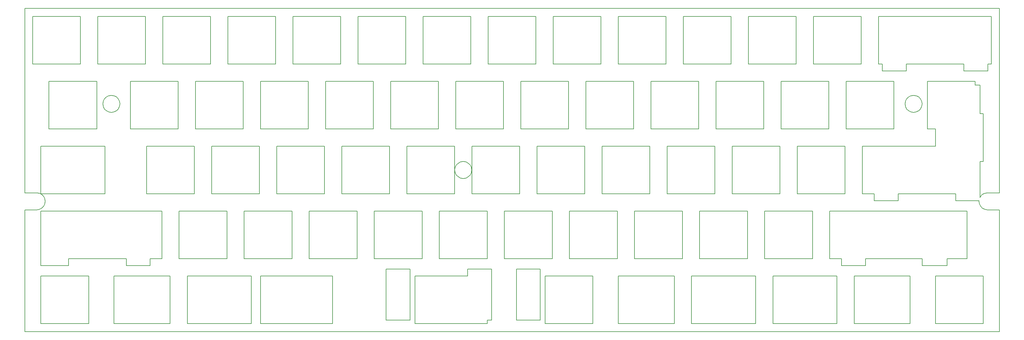
<source format=gbr>
G04 #@! TF.GenerationSoftware,KiCad,Pcbnew,(5.1.10)-1*
G04 #@! TF.CreationDate,2021-11-22T23:52:00+09:00*
G04 #@! TF.ProjectId,Plate1,506c6174-6531-42e6-9b69-6361645f7063,rev?*
G04 #@! TF.SameCoordinates,Original*
G04 #@! TF.FileFunction,Profile,NP*
%FSLAX46Y46*%
G04 Gerber Fmt 4.6, Leading zero omitted, Abs format (unit mm)*
G04 Created by KiCad (PCBNEW (5.1.10)-1) date 2021-11-22 23:52:00*
%MOMM*%
%LPD*%
G01*
G04 APERTURE LIST*
G04 #@! TA.AperFunction,Profile*
%ADD10C,0.200000*%
G04 #@! TD*
G04 APERTURE END LIST*
D10*
X59487001Y-16337000D02*
X73487001Y-16337000D01*
X130924501Y-40437001D02*
X130924501Y-54437001D01*
X149687001Y-2337001D02*
X135687001Y-2337001D01*
X59487001Y-2337001D02*
X59487001Y-16337000D01*
X230937001Y-16337000D02*
X244937001Y-16337000D01*
X230937001Y-2337001D02*
X230937001Y-16337000D01*
X130924501Y-54437001D02*
X144924501Y-54437001D01*
X135687001Y-2337001D02*
X135687001Y-16337000D01*
X244937001Y-2337001D02*
X230937001Y-2337001D01*
X144924501Y-54437001D02*
X144924501Y-40437001D01*
X97587001Y-2337001D02*
X97587001Y-16337000D01*
X258766001Y-26014400D02*
X258213001Y-26568200D01*
X144924501Y-40437001D02*
X130924501Y-40437001D01*
X259463001Y-25660200D02*
X258766001Y-26014400D01*
X262258001Y-26568200D02*
X261705000Y-26014400D01*
X135687001Y-16337000D02*
X149687001Y-16337000D01*
X260236000Y-25537800D02*
X259463001Y-25660200D01*
X73487001Y-16337000D02*
X73487001Y-2337001D01*
X261008001Y-25660200D02*
X260236000Y-25537800D01*
X261705000Y-26014400D02*
X261008001Y-25660200D01*
X244937001Y-16337000D02*
X244937001Y-2337001D01*
X149687001Y-16337000D02*
X149687001Y-2337001D01*
X73487001Y-2337001D02*
X59487001Y-2337001D01*
X3499300Y-59138401D02*
X4272381Y-59015700D01*
X259224501Y-40437001D02*
X245224501Y-40437001D01*
X5999050Y-56638700D02*
X5876421Y-55865400D01*
X279374001Y-56637200D02*
X279497001Y-57410201D01*
X278274501Y-22474001D02*
X278274501Y-21387000D01*
X279851001Y-55168301D02*
X279655751Y-55552789D01*
X280655751Y-30912001D02*
X279655751Y-30912001D01*
X279405906Y-56437001D02*
X279374001Y-56637200D01*
X255692751Y-54437001D02*
X272568751Y-54437001D01*
X266655751Y-40431230D02*
X259224501Y-40437001D01*
X280655751Y-44912001D02*
X280655751Y-30912001D01*
X279655751Y-22474001D02*
X278274501Y-22474001D01*
X255692751Y-56437001D02*
X255692751Y-54437001D01*
X281873001Y-54137501D02*
X281100001Y-54260201D01*
X272568751Y-54437001D02*
X272568751Y-56437001D01*
X285374001Y-59138401D02*
X285374001Y-94874001D01*
X281873001Y-59138401D02*
X285374001Y-59138401D01*
X278274501Y-21387000D02*
X264274501Y-21387000D01*
X159212001Y-35387001D02*
X159212001Y-21387000D01*
X248692751Y-56437001D02*
X255692751Y-56437001D01*
X280404001Y-58661501D02*
X281100001Y-59015700D01*
X264274501Y-35387001D02*
X266655751Y-35387001D01*
X5520891Y-58107601D02*
X5876421Y-57410201D01*
X4968301Y-54614100D02*
X4272381Y-54260201D01*
X202074501Y-40437001D02*
X188074501Y-40437001D01*
X279851001Y-58107601D02*
X280404001Y-58661501D01*
X245224501Y-40437001D02*
X245224501Y-54437001D01*
X279655751Y-44912001D02*
X280655751Y-44912001D01*
X188074501Y-40437001D02*
X188074501Y-54437001D01*
X3500680Y-54137501D02*
X-915Y-54137501D01*
X0Y-94874001D02*
X-915Y-59138401D01*
X279497001Y-57410201D02*
X279851001Y-58107601D01*
X279655751Y-55552789D02*
X279655751Y-44912001D01*
X4272381Y-54260201D02*
X3500680Y-54137501D01*
X272568751Y-56437001D02*
X279405906Y-56437001D01*
X264274501Y-21387000D02*
X264274501Y-35387001D01*
X280404001Y-54614100D02*
X279851001Y-55168301D01*
X285374001Y-54137501D02*
X281873001Y-54137501D01*
X285374001Y0D02*
X285374001Y-54137501D01*
X5876421Y-57410201D02*
X5999050Y-56638700D01*
X159212001Y-21387000D02*
X145212001Y-21387000D01*
X0Y0D02*
X285374001Y0D01*
X202074501Y-54437001D02*
X202074501Y-40437001D01*
X285374001Y-94874001D02*
X0Y-94874001D01*
X-915Y-59138401D02*
X3499300Y-59138401D01*
X188074501Y-54437001D02*
X202074501Y-54437001D01*
X281100001Y-54260201D02*
X280404001Y-54614100D01*
X281100001Y-59015700D02*
X281873001Y-59138401D01*
X245224501Y-54437001D02*
X248692751Y-54437001D01*
X248692751Y-54437001D02*
X248692751Y-56437001D01*
X4968301Y-58661501D02*
X5520891Y-58107601D01*
X5520891Y-55168301D02*
X4968301Y-54614100D01*
X4272381Y-59015700D02*
X4968301Y-58661501D01*
X5876421Y-55865400D02*
X5520891Y-55168301D01*
X279655751Y-30912001D02*
X279655751Y-22474001D01*
X-915Y-54137501D02*
X0Y0D01*
X145212001Y-35387001D02*
X159212001Y-35387001D01*
X266655751Y-35387001D02*
X266655751Y-40431230D01*
X112849501Y-91537001D02*
X112849501Y-76537001D01*
X105817751Y-76537001D02*
X105817751Y-91537001D01*
X27406900Y-26568200D02*
X26855701Y-26014400D01*
X27406900Y-29506500D02*
X27763801Y-28810500D01*
X129856001Y-49460301D02*
X130410001Y-48907901D01*
X26159800Y-30414600D02*
X26855701Y-30060401D01*
X23363701Y-29506500D02*
X23917701Y-30060401D01*
X25386701Y-30538401D02*
X26159800Y-30414600D01*
X112849501Y-76537001D02*
X105817751Y-76537001D01*
X4718251Y-78537001D02*
X4718251Y-92537001D01*
X240462001Y-35387001D02*
X254462001Y-35387001D01*
X23009601Y-28810500D02*
X23363701Y-29506500D01*
X27763801Y-27264300D02*
X27406900Y-26568200D01*
X23917701Y-30060401D02*
X24613600Y-30414600D01*
X26159800Y-25660200D02*
X25386701Y-25537800D01*
X130410001Y-48907901D02*
X130764001Y-48210400D01*
X4718251Y-92537001D02*
X18718251Y-92537001D01*
X22886900Y-28038600D02*
X23009601Y-28810500D01*
X240462001Y-21387000D02*
X240462001Y-35387001D01*
X105817751Y-91537001D02*
X112849501Y-91537001D01*
X27763801Y-28810500D02*
X27886400Y-28038600D01*
X230649501Y-73487001D02*
X230649501Y-59487001D01*
X27886400Y-28038600D02*
X27763801Y-27264300D01*
X25386701Y-25537800D02*
X24613600Y-25660200D01*
X23917701Y-26014400D02*
X23363701Y-26568200D01*
X216649501Y-59487001D02*
X216649501Y-73487001D01*
X254462001Y-35387001D02*
X254462001Y-21387000D01*
X26855701Y-30060401D02*
X27406900Y-29506500D01*
X18718251Y-92537001D02*
X18718251Y-78537001D01*
X130764001Y-48210400D02*
X130888001Y-47438901D01*
X225887001Y-16337000D02*
X225887001Y-2337001D01*
X211887001Y-16337000D02*
X225887001Y-16337000D01*
X88062001Y-21387000D02*
X88062001Y-35387001D01*
X24613600Y-30414600D02*
X25386701Y-30538401D01*
X88062001Y-35387001D02*
X102062001Y-35387001D01*
X211887001Y-2337001D02*
X211887001Y-16337000D01*
X216649501Y-73487001D02*
X230649501Y-73487001D01*
X230649501Y-59487001D02*
X216649501Y-59487001D01*
X23363701Y-26568200D02*
X23009601Y-27264300D01*
X102062001Y-21387000D02*
X88062001Y-21387000D01*
X102062001Y-35387001D02*
X102062001Y-21387000D01*
X23009601Y-27264300D02*
X22886900Y-28038600D01*
X18718251Y-78537001D02*
X4718251Y-78537001D01*
X254462001Y-21387000D02*
X240462001Y-21387000D01*
X24613600Y-25660200D02*
X23917701Y-26014400D01*
X26855701Y-26014400D02*
X26159800Y-25660200D01*
X258074001Y-18337001D02*
X258074001Y-16337001D01*
X274950073Y-16337000D02*
X274950001Y-18337001D01*
X262258001Y-29506500D02*
X262613001Y-28810500D01*
X246167751Y-75487001D02*
X246167751Y-73487001D01*
X235699501Y-73487001D02*
X239167751Y-73487001D01*
X275893251Y-59487001D02*
X235699501Y-59487001D01*
X262774338Y-75487001D02*
X270043751Y-75487001D01*
X258074001Y-16337001D02*
X259512001Y-16337000D01*
X275893251Y-73487001D02*
X275893251Y-59487001D01*
X259224501Y-92537001D02*
X259224501Y-78537001D01*
X270043751Y-73487001D02*
X275893251Y-73487001D01*
X270043751Y-75487001D02*
X270043751Y-73487001D01*
X261705000Y-30060401D02*
X262258001Y-29506500D01*
X249987012Y-16337001D02*
X251073916Y-16337001D01*
X249987012Y-2337001D02*
X249987012Y-16337001D01*
X283037014Y-16337001D02*
X283037014Y-2337001D01*
X274950001Y-18337001D02*
X281950001Y-18337001D01*
X259224501Y-78537001D02*
X242843251Y-78537001D01*
X242843251Y-92537001D02*
X259224501Y-92537001D01*
X262613001Y-28810500D02*
X262736000Y-28038600D01*
X261008001Y-30414600D02*
X261705000Y-30060401D01*
X260236000Y-30538401D02*
X261008001Y-30414600D01*
X257858001Y-27264300D02*
X257736000Y-28038600D01*
X240174501Y-40437001D02*
X226174501Y-40437001D01*
X235699501Y-59487001D02*
X235699501Y-73487001D01*
X259512001Y-16337000D02*
X274950073Y-16337000D01*
X257736000Y-28038600D02*
X257858001Y-28810500D01*
X239167751Y-75487001D02*
X246167751Y-75487001D01*
X239167751Y-73487001D02*
X239167751Y-75487001D01*
X281950001Y-16337001D02*
X283037014Y-16337001D01*
X259463001Y-30414600D02*
X260236000Y-30538401D01*
X262736000Y-28038600D02*
X262613001Y-27264300D01*
X251073916Y-16337001D02*
X251074001Y-18337001D01*
X246167751Y-73487001D02*
X262774338Y-73487001D01*
X281950001Y-18337001D02*
X281950001Y-16337001D01*
X251074001Y-18337001D02*
X258074001Y-18337001D01*
X262613001Y-27264300D02*
X262258001Y-26568200D01*
X258213001Y-29506500D02*
X258766001Y-30060401D01*
X283037014Y-2337001D02*
X249987012Y-2337001D01*
X258213001Y-26568200D02*
X257858001Y-27264300D01*
X240174501Y-54437001D02*
X240174501Y-40437001D01*
X257858001Y-28810500D02*
X258213001Y-29506500D01*
X262774338Y-73487001D02*
X262774338Y-75487001D01*
X242843251Y-78537001D02*
X242843251Y-92537001D01*
X258766001Y-30060401D02*
X259463001Y-30414600D01*
X226174501Y-54437001D02*
X240174501Y-54437001D01*
X154737001Y-2337001D02*
X154737001Y-16337000D01*
X36682002Y-73492004D02*
X36682002Y-73487100D01*
X168737001Y-2337001D02*
X154737001Y-2337001D01*
X4718251Y-59487001D02*
X4718251Y-75487001D01*
X154737001Y-16337000D02*
X168737001Y-16337000D01*
X4718251Y-75487001D02*
X12805250Y-75487001D01*
X36681251Y-73492004D02*
X36682002Y-73492004D01*
X40149500Y-59487001D02*
X4718251Y-59487001D01*
X36682002Y-73487100D02*
X36812001Y-73487100D01*
X36681251Y-75487001D02*
X36681251Y-73492004D01*
X29722307Y-75487001D02*
X36681251Y-75487001D01*
X21387001Y-16337000D02*
X35387001Y-16337000D01*
X35387001Y-2337001D02*
X21387001Y-2337001D01*
X12805250Y-75487001D02*
X12805250Y-73487001D01*
X36812001Y-73487100D02*
X36812001Y-73487001D01*
X69012001Y-21387000D02*
X69012001Y-35387001D01*
X12805250Y-73487001D02*
X29722307Y-73487001D01*
X21387001Y-2337001D02*
X21387001Y-16337000D01*
X36812001Y-73487001D02*
X40149500Y-73487001D01*
X35387001Y-16337000D02*
X35387001Y-2337001D01*
X168737001Y-16337000D02*
X168737001Y-2337001D01*
X29722307Y-73487001D02*
X29722307Y-75487001D01*
X40149500Y-73487001D02*
X40149500Y-59487001D01*
X190168251Y-92537001D02*
X190168251Y-83291401D01*
X173787001Y-92537001D02*
X190168251Y-92537001D01*
X173787001Y-78537001D02*
X173787001Y-92537001D01*
X190168251Y-78537001D02*
X173787001Y-78537001D01*
X202362001Y-35387001D02*
X216362001Y-35387001D01*
X49674501Y-40437001D02*
X35674501Y-40437001D01*
X140162001Y-21387000D02*
X126162001Y-21387000D01*
X202362001Y-21387000D02*
X202362001Y-35387001D01*
X49674501Y-54437001D02*
X49674501Y-40437001D01*
X35674501Y-54437001D02*
X49674501Y-54437001D01*
X35674501Y-40437001D02*
X35674501Y-54437001D01*
X183312001Y-21387000D02*
X183312001Y-35387001D01*
X197312001Y-21387000D02*
X183312001Y-21387000D01*
X54437001Y-2337001D02*
X40437001Y-2337001D01*
X126162001Y-21387000D02*
X126162001Y-35387001D01*
X40437001Y-16337000D02*
X54437001Y-16337000D01*
X140162001Y-35387001D02*
X140162001Y-21387000D01*
X126162001Y-35387001D02*
X140162001Y-35387001D01*
X183312001Y-35387001D02*
X197312001Y-35387001D01*
X197312001Y-35387001D02*
X197312001Y-21387000D01*
X54437001Y-16337000D02*
X54437001Y-2337001D01*
X40437001Y-2337001D02*
X40437001Y-16337000D01*
X211599501Y-73487001D02*
X211599501Y-59487001D01*
X211599501Y-59487001D02*
X197599501Y-59487001D01*
X207124501Y-40437001D02*
X207124501Y-54437001D01*
X216362001Y-35387001D02*
X216362001Y-21387000D01*
X216362001Y-21387000D02*
X202362001Y-21387000D01*
X126364001Y-48907901D02*
X126918001Y-49460301D01*
X126007001Y-48210400D02*
X126364001Y-48907901D01*
X125887001Y-47438901D02*
X126007001Y-48210400D01*
X128387001Y-44939100D02*
X127614001Y-45060100D01*
X90155751Y-78537001D02*
X69012001Y-78537001D01*
X130888001Y-47438901D02*
X130764001Y-46664201D01*
X126007001Y-46664201D02*
X125887001Y-47438901D01*
X126364001Y-45968500D02*
X126007001Y-46664201D01*
X126918001Y-45414301D02*
X126364001Y-45968500D01*
X129160001Y-45060100D02*
X128387001Y-44939100D01*
X129856001Y-45414301D02*
X129160001Y-45060100D01*
X130410001Y-45968500D02*
X129856001Y-45414301D01*
X78537001Y-16337000D02*
X92537001Y-16337000D01*
X114255751Y-78537001D02*
X114255751Y-92537001D01*
X125874501Y-54437001D02*
X125874501Y-40437001D01*
X136693751Y-76537001D02*
X129693751Y-76537001D01*
X106824501Y-54437001D02*
X106824501Y-40437001D01*
X78249501Y-73487001D02*
X78249501Y-59487001D01*
X92537001Y-16337000D02*
X92537001Y-2337001D01*
X135399501Y-91537001D02*
X136693751Y-91537001D01*
X130764001Y-46664201D02*
X130410001Y-45968500D01*
X92824501Y-40437001D02*
X92824501Y-54437001D01*
X106824501Y-40437001D02*
X92824501Y-40437001D01*
X111874501Y-40437001D02*
X111874501Y-54437001D01*
X92824501Y-54437001D02*
X106824501Y-54437001D01*
X125874501Y-40437001D02*
X111874501Y-40437001D01*
X111874501Y-54437001D02*
X125874501Y-54437001D01*
X78249501Y-59487001D02*
X64249501Y-59487001D01*
X64249501Y-59487001D02*
X64249501Y-73487001D01*
X90155751Y-92537001D02*
X90155751Y-78537001D01*
X226174501Y-40437001D02*
X226174501Y-54437001D01*
X69012001Y-92537001D02*
X90155751Y-92537001D01*
X92537001Y-2337001D02*
X78537001Y-2337001D01*
X136693751Y-91537001D02*
X136693751Y-76537001D01*
X135399501Y-92537001D02*
X135399501Y-91537001D01*
X129693751Y-76537001D02*
X129693751Y-78537001D01*
X69012001Y-78537001D02*
X69012001Y-92537001D01*
X114255751Y-92537001D02*
X135399501Y-92537001D01*
X78537001Y-2337001D02*
X78537001Y-16337000D01*
X64249501Y-73487001D02*
X78249501Y-73487001D01*
X129160001Y-49815900D02*
X129856001Y-49460301D01*
X129693751Y-78537001D02*
X114255751Y-78537001D01*
X128387001Y-49938701D02*
X129160001Y-49815900D01*
X127614001Y-49815900D02*
X128387001Y-49938701D01*
X126918001Y-49460301D02*
X127614001Y-49815900D01*
X127614001Y-45060100D02*
X126918001Y-45414301D01*
X2337001Y-16337000D02*
X16337000Y-16337000D01*
X97587001Y-16337000D02*
X111587001Y-16337000D01*
X235412001Y-21387000D02*
X221412001Y-21387000D01*
X235412001Y-35387001D02*
X235412001Y-21387000D01*
X221412001Y-35387001D02*
X235412001Y-35387001D01*
X59199501Y-73487001D02*
X59199501Y-59487001D01*
X68724501Y-54437001D02*
X68724501Y-40437001D01*
X54724501Y-40437001D02*
X54724501Y-54437001D01*
X221412001Y-21387000D02*
X221412001Y-35387001D01*
X16337000Y-2337001D02*
X2337001Y-2337001D01*
X154449501Y-59487001D02*
X140449501Y-59487001D01*
X154449501Y-73487001D02*
X154449501Y-59487001D01*
X45199501Y-59487001D02*
X45199501Y-73487001D01*
X140449501Y-73487001D02*
X154449501Y-73487001D01*
X140449501Y-59487001D02*
X140449501Y-73487001D01*
X54724501Y-54437001D02*
X68724501Y-54437001D01*
X2337001Y-2337001D02*
X2337001Y-16337000D01*
X59199501Y-59487001D02*
X45199501Y-59487001D01*
X45199501Y-73487001D02*
X59199501Y-73487001D01*
X16337000Y-16337000D02*
X16337000Y-2337001D01*
X68724501Y-40437001D02*
X54724501Y-40437001D01*
X111587001Y-2337001D02*
X97587001Y-2337001D01*
X111587001Y-16337000D02*
X111587001Y-2337001D01*
X49962001Y-35387001D02*
X63962001Y-35387001D01*
X49962001Y-21387000D02*
X49962001Y-35387001D01*
X190168251Y-83291401D02*
X190168251Y-78537001D01*
X63962001Y-21387000D02*
X49962001Y-21387000D01*
X21099501Y-21387000D02*
X7099501Y-21387000D01*
X4718251Y-54437001D02*
X23480751Y-54437001D01*
X166355751Y-78537001D02*
X152355751Y-78537001D01*
X206837001Y-2337001D02*
X192837001Y-2337001D01*
X152355751Y-92537001D02*
X166355751Y-92537001D01*
X187787001Y-2337001D02*
X173787001Y-2337001D01*
X166355751Y-92537001D02*
X166355751Y-78537001D01*
X152355751Y-78537001D02*
X152355751Y-92537001D01*
X178262001Y-21387000D02*
X164262001Y-21387000D01*
X163974501Y-54437001D02*
X163974501Y-40437001D01*
X149974501Y-40437001D02*
X149974501Y-54437001D01*
X213980751Y-78537001D02*
X195218251Y-78537001D01*
X173787001Y-2337001D02*
X173787001Y-16337000D01*
X164262001Y-35387001D02*
X178262001Y-35387001D01*
X173499501Y-73487001D02*
X173499501Y-59487001D01*
X187787001Y-16337000D02*
X187787001Y-2337001D01*
X192837001Y-2337001D02*
X192837001Y-16337000D01*
X44912001Y-35387001D02*
X44912001Y-21387000D01*
X30912000Y-35387001D02*
X44912001Y-35387001D01*
X163974501Y-40437001D02*
X149974501Y-40437001D01*
X178262001Y-35387001D02*
X178262001Y-21387000D01*
X192837001Y-16337000D02*
X206837001Y-16337000D01*
X30912000Y-21387000D02*
X30912000Y-35387001D01*
X195218251Y-92537001D02*
X213980751Y-92537001D01*
X159499501Y-73487001D02*
X173499501Y-73487001D01*
X195218251Y-78537001D02*
X195218251Y-92537001D01*
X173787001Y-16337000D02*
X187787001Y-16337000D01*
X159499501Y-59487001D02*
X159499501Y-73487001D01*
X173499501Y-59487001D02*
X159499501Y-59487001D01*
X225887001Y-2337001D02*
X211887001Y-2337001D01*
X44912001Y-21387000D02*
X30912000Y-21387000D01*
X42530751Y-78537001D02*
X26149500Y-78537001D01*
X149974501Y-54437001D02*
X163974501Y-54437001D01*
X23480751Y-54437001D02*
X23480751Y-40437001D01*
X4718251Y-40437001D02*
X4718251Y-54437001D01*
X23480751Y-40437001D02*
X4718251Y-40437001D01*
X213980751Y-92537001D02*
X213980751Y-78537001D01*
X164262001Y-21387000D02*
X164262001Y-35387001D01*
X206837001Y-16337000D02*
X206837001Y-2337001D01*
X26149500Y-92537001D02*
X42530751Y-92537001D01*
X42530751Y-92537001D02*
X42530751Y-78537001D01*
X26149500Y-78537001D02*
X26149500Y-92537001D01*
X145212001Y-21387000D02*
X145212001Y-35387001D01*
X21099501Y-35387001D02*
X21099501Y-21387000D01*
X7099501Y-35387001D02*
X21099501Y-35387001D01*
X7099501Y-21387000D02*
X7099501Y-35387001D01*
X97299501Y-59487001D02*
X83299501Y-59487001D01*
X183024501Y-40437001D02*
X169024501Y-40437001D01*
X150949501Y-91537001D02*
X150949501Y-76537001D01*
X97299501Y-73487001D02*
X97299501Y-59487001D01*
X221124501Y-40437001D02*
X207124501Y-40437001D01*
X102349501Y-73487001D02*
X116349501Y-73487001D01*
X192549501Y-59487001D02*
X178549501Y-59487001D01*
X169024501Y-54437001D02*
X183024501Y-54437001D01*
X178549501Y-73487001D02*
X192549501Y-73487001D01*
X116349501Y-59487001D02*
X102349501Y-59487001D01*
X178549501Y-59487001D02*
X178549501Y-73487001D01*
X221124501Y-54437001D02*
X221124501Y-40437001D01*
X143949501Y-76537001D02*
X143949501Y-91537001D01*
X207124501Y-54437001D02*
X221124501Y-54437001D01*
X116349501Y-73487001D02*
X116349501Y-59487001D01*
X183024501Y-54437001D02*
X183024501Y-40437001D01*
X83299501Y-73487001D02*
X97299501Y-73487001D01*
X102349501Y-59487001D02*
X102349501Y-73487001D01*
X83299501Y-59487001D02*
X83299501Y-73487001D01*
X169024501Y-40437001D02*
X169024501Y-54437001D01*
X150949501Y-76537001D02*
X143949501Y-76537001D01*
X192549501Y-73487001D02*
X192549501Y-59487001D01*
X143949501Y-91537001D02*
X150949501Y-91537001D01*
X237793251Y-92537001D02*
X237793251Y-78537001D01*
X219030751Y-78537001D02*
X219030751Y-92537001D01*
X87774501Y-40437001D02*
X73774501Y-40437001D01*
X107112001Y-21387000D02*
X107112001Y-35387001D01*
X121112001Y-35387001D02*
X121112001Y-21387000D01*
X107112001Y-35387001D02*
X121112001Y-35387001D01*
X280655751Y-78537001D02*
X266655751Y-78537001D01*
X266655751Y-92537001D02*
X280655751Y-92537001D01*
X280655751Y-92537001D02*
X280655751Y-78537001D01*
X266655751Y-78537001D02*
X266655751Y-92537001D01*
X135399501Y-73487001D02*
X135399501Y-59487001D01*
X83012001Y-21387000D02*
X69012001Y-21387000D01*
X73774501Y-40437001D02*
X73774501Y-54437001D01*
X83012001Y-35387001D02*
X83012001Y-21387000D01*
X69012001Y-35387001D02*
X83012001Y-35387001D01*
X135399501Y-59487001D02*
X121399501Y-59487001D01*
X237793251Y-78537001D02*
X219030751Y-78537001D01*
X219030751Y-92537001D02*
X237793251Y-92537001D01*
X121399501Y-73487001D02*
X135399501Y-73487001D01*
X121399501Y-59487001D02*
X121399501Y-73487001D01*
X121112001Y-21387000D02*
X107112001Y-21387000D01*
X87774501Y-54437001D02*
X87774501Y-40437001D01*
X73774501Y-54437001D02*
X87774501Y-54437001D01*
X130637000Y-16337000D02*
X130637000Y-2337001D01*
X197599501Y-59487001D02*
X197599501Y-73487001D01*
X63962001Y-35387001D02*
X63962001Y-21387000D01*
X47580751Y-78537001D02*
X47580751Y-92537001D01*
X66343251Y-78537001D02*
X47580751Y-78537001D01*
X66343251Y-92537001D02*
X66343251Y-78537001D01*
X47580751Y-92537001D02*
X66343251Y-92537001D01*
X116637001Y-16337000D02*
X130637000Y-16337000D01*
X116637001Y-2337001D02*
X116637001Y-16337000D01*
X130637000Y-2337001D02*
X116637001Y-2337001D01*
X197599501Y-73487001D02*
X211599501Y-73487001D01*
M02*

</source>
